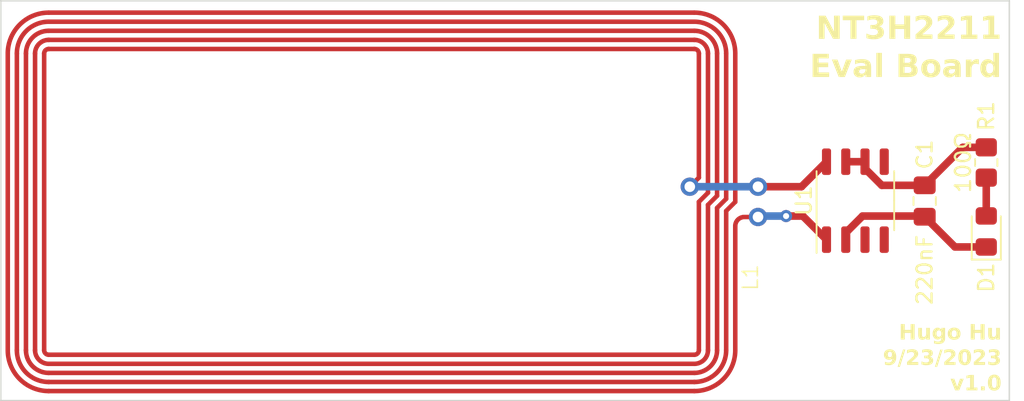
<source format=kicad_pcb>
(kicad_pcb (version 20221018) (generator pcbnew)
  (layers (0 "F.Cu" signal) (31 "B.Cu" signal) (34 "B.Paste" user) (35 "F.Paste" user) (36 "B.SilkS" user "B.Silkscreen") (37 "F.SilkS" user "F.Silkscreen") (38 "B.Mask" user) (39 "F.Mask" user) (44 "Edge.Cuts" user))
  (net 0 "")
  (net 1 "Net-(D1-K)")
  (net 2 "Net-(U1-VCC)")
  (net 3 "Net-(D1-A)")
  (net 4 "Net-(U1-LA)")
  (net 5 "Net-(U1-LB)")
  (footprint "LED_SMD:LED_0805_2012Metric_Pad1.15x1.40mm_HandSolder" (layer "F.Cu") (at 166.624 60.96 90)
    (fp_text reference "D1" (at -3.048 0 90) (layer "F.SilkS"))
    (fp_text value "Orange 1.8V")
    (fp_line (start -1.86 -0.96) (end -1.86 0.96) (stroke (width 0.12)) (layer "F.SilkS"))
    (fp_line (start -1.86 0.96) (end 1 0.96) (stroke (width 0.12)) (layer "F.SilkS"))
    (fp_line (start 1 -0.96) (end -1.86 -0.96) (stroke (width 0.12)) (layer "F.SilkS"))
    (pad "1" smd roundrect (at -1.025 0 90) (size 1.15 1.4) (layers "F.Cu" "F.Paste" "F.Mask") (roundrect_rratio 0.2173913043) (net 1 "Net-(D1-K)"))
    (pad "2" smd roundrect (at 1.025 0 90) (size 1.15 1.4) (layers "F.Cu" "F.Paste" "F.Mask") (roundrect_rratio 0.2173913043) (net 3 "Net-(D1-A)"))
  )
  (footprint "Resistor_SMD:R_0805_2012Metric_Pad1.20x1.40mm_HandSolder" (layer "F.Cu") (at 166.624 56.404 90)
    (fp_text reference "R1" (at 3.064 0 90) (layer "F.SilkS"))
    (fp_text value "100Ω" (at 0 -1.524 90) (layer "F.SilkS"))
    (fp_line (start -0.227064 -0.735) (end 0.227064 -0.735) (stroke (width 0.12)) (layer "F.SilkS"))
    (fp_line (start -0.227064 0.735) (end 0.227064 0.735) (stroke (width 0.12)) (layer "F.SilkS"))
    (pad "1" smd roundrect (at -1 0 90) (size 1.2 1.4) (layers "F.Cu" "F.Paste" "F.Mask") (roundrect_rratio 0.2083333333) (net 3 "Net-(D1-A)"))
    (pad "2" smd roundrect (at 1 0 90) (size 1.2 1.4) (layers "F.Cu" "F.Paste" "F.Mask") (roundrect_rratio 0.2083333333) (net 2 "Net-(U1-VCC)"))
  )
  (footprint "Antenna:Class 4 Antenna" (layer "F.Cu") (at 126.063 59.005)
    (fp_text reference "L1" (at 25 5 90 unlocked) (layer "F.SilkS") (effects (font (thickness 0.1))))
    (fp_text value "L")
    (fp_line (start -24 -9.8) (end -24 9.8) (stroke (width 0.3)) (layer "F.Cu"))
    (fp_line (start -23.4 -9.8) (end -23.4 9.8) (stroke (width 0.3)) (layer "F.Cu"))
    (fp_line (start -22.8 -9.8) (end -22.8 9.8) (stroke (width 0.3)) (layer "F.Cu"))
    (fp_line (start -22.2 -9.8) (end -22.2 9.8) (stroke (width 0.3)) (layer "F.Cu"))
    (fp_line (start -21.6 -9.8) (end -21.6 9.8) (stroke (width 0.3)) (layer "F.Cu"))
    (fp_line (start -21.3 -12.5) (end 21.3 -12.5) (stroke (width 0.3)) (layer "F.Cu"))
    (fp_line (start -21.3 -11.9) (end 21.3 -11.9) (stroke (width 0.3)) (layer "F.Cu"))
    (fp_line (start -21.3 -11.3) (end 21.3 -11.3) (stroke (width 0.3)) (layer "F.Cu"))
    (fp_line (start -21.3 -10.7) (end 21.3 -10.7) (stroke (width 0.3)) (layer "F.Cu"))
    (fp_line (start -21.3 -10.1) (end 21.3 -10.1) (stroke (width 0.3)) (layer "F.Cu"))
    (fp_line (start -21.3 10.1) (end 21.3 10.1) (stroke (width 0.3)) (layer "F.Cu"))
    (fp_line (start -21.3 10.7) (end 21.3 10.7) (stroke (width 0.3)) (layer "F.Cu"))
    (fp_line (start -21.3 11.3) (end 21.3 11.3) (stroke (width 0.3)) (layer "F.Cu"))
    (fp_line (start -21.3 11.9) (end 21.3 11.9) (stroke (width 0.3)) (layer "F.Cu"))
    (fp_line (start -21.3 12.5) (end 21.3 12.5) (stroke (width 0.3)) (layer "F.Cu"))
    (fp_line (start 21.6 -9.8) (end 21.6 -1.6) (stroke (width 0.3)) (layer "F.Cu"))
    (fp_line (start 21.6 -1.6) (end 21 -1) (stroke (width 0.3)) (layer "F.Cu"))
    (fp_line (start 21.6 0) (end 21.6 9.8) (stroke (width 0.3)) (layer "F.Cu"))
    (fp_line (start 22.2 -9.8) (end 22.2 -0.6) (stroke (width 0.3)) (layer "F.Cu"))
    (fp_line (start 22.2 -0.6) (end 21.6 0) (stroke (width 0.3)) (layer "F.Cu"))
    (fp_line (start 22.2 0.2) (end 22.2 9.8) (stroke (width 0.3)) (layer "F.Cu"))
    (fp_line (start 22.8 -9.8) (end 22.8 -0.4) (stroke (width 0.3)) (layer "F.Cu"))
    (fp_line (start 22.8 -0.4) (end 22.2 0.2) (stroke (width 0.3)) (layer "F.Cu"))
    (fp_line (start 22.8 0.4) (end 22.8 9.8) (stroke (width 0.3)) (layer "F.Cu"))
    (fp_line (start 23.4 -9.8) (end 23.4 -0.2) (stroke (width 0.3)) (layer "F.Cu"))
    (fp_line (start 23.4 -0.2) (end 22.8 0.4) (stroke (width 0.3)) (layer "F.Cu"))
    (fp_line (start 23.4 0.6) (end 23.4 9.8) (stroke (width 0.3)) (layer "F.Cu"))
    (fp_line (start 24 -9.8) (end 24 0) (stroke (width 0.3)) (layer "F.Cu"))
    (fp_line (start 24 0) (end 23.4 0.6) (stroke (width 0.3)) (layer "F.Cu"))
    (fp_line (start 24 9.8) (end 24 1.6) (stroke (width 0.3)) (layer "F.Cu"))
    (fp_line (start 24.6 1) (end 25.5 1) (stroke (width 0.3)) (layer "F.Cu"))
    (fp_arc (start -24 -9.8) (mid -23.209188 -11.709188) (end -21.3 -12.5) (stroke (width 0.3)) (layer "F.Cu"))
    (fp_arc (start -23.4 -9.8) (mid -22.784924 -11.284924) (end -21.3 -11.9) (stroke (width 0.3)) (layer "F.Cu"))
    (fp_arc (start -22.8 -9.8) (mid -22.36066 -10.86066) (end -21.3 -11.3) (stroke (width 0.3)) (layer "F.Cu"))
    (fp_arc (start -22.2 -9.8) (mid -21.936396 -10.436396) (end -21.3 -10.7) (stroke (width 0.3)) (layer "F.Cu"))
    (fp_arc (start -21.6 -9.8) (mid -21.512132 -10.012132) (end -21.3 -10.1) (stroke (width 0.3)) (layer "F.Cu"))
    (fp_arc (start -21.3 10.1) (mid -21.512132 10.012132) (end -21.6 9.8) (stroke (width 0.3)) (layer "F.Cu"))
    (fp_arc (start -21.3 10.7) (mid -21.936396 10.436396) (end -22.2 9.8) (stroke (width 0.3)) (layer "F.Cu"))
    (fp_arc (start -21.3 11.3) (mid -22.36066 10.86066) (end -22.8 9.8) (stroke (width 0.3)) (layer "F.Cu"))
    (fp_arc (start -21.3 11.9) (mid -22.784924 11.284924) (end -23.4 9.8) (stroke (width 0.3)) (layer "F.Cu"))
    (fp_arc (start -21.3 12.5) (mid -23.209188 11.709188) (end -24 9.8) (stroke (width 0.3)) (layer "F.Cu"))
    (fp_arc (start 21.3 -12.5) (mid 23.209188 -11.709188) (end 24 -9.8) (stroke (width 0.3)) (layer "F.Cu"))
    (fp_arc (start 21.3 -11.9) (mid 22.784924 -11.284924) (end 23.4 -9.8) (stroke (width 0.3)) (layer "F.Cu"))
    (fp_arc (start 21.3 -11.3) (mid 22.36066 -10.86066) (end 22.8 -9.8) (stroke (width 0.3)) (layer "F.Cu"))
    (fp_arc (start 21.3 -10.7) (mid 21.936396 -10.436396) (end 22.2 -9.8) (stroke (width 0.3)) (layer "F.Cu"))
    (fp_arc (start 21.3 -10.1) (mid 21.512132 -10.012132) (end 21.6 -9.8) (stroke (width 0.3)) (layer "F.Cu"))
    (fp_arc (start 21.6 9.8) (mid 21.512132 10.012132) (end 21.3 10.1) (stroke (width 0.3)) (layer "F.Cu"))
    (fp_arc (start 22.2 9.8) (mid 21.936396 10.436396) (end 21.3 10.7) (stroke (width 0.3)) (layer "F.Cu"))
    (fp_arc (start 22.8 9.8) (mid 22.36066 10.86066) (end 21.3 11.3) (stroke (width 0.3)) (layer "F.Cu"))
    (fp_arc (start 23.4 9.8) (mid 22.784924 11.284924) (end 21.3 11.9) (stroke (width 0.3)) (layer "F.Cu"))
    (fp_arc (start 24 1.6) (mid 24.175736 1.175736) (end 24.6 1) (stroke (width 0.3)) (layer "F.Cu"))
    (fp_arc (start 24 9.8) (mid 23.209188 11.709188) (end 21.3 12.5) (stroke (width 0.3)) (layer "F.Cu"))
    (pad "" np_thru_hole circle (at 0 0) (size 2 2) (drill 2) (layers "*.Cu" "*.Mask"))
    (pad "1" thru_hole circle (at 25.5 1) (size 1.208 1.208) (drill 0.7) (layers "*.Cu" "*.Mask") (net 4 "Net-(U1-LA)"))
    (pad "2" thru_hole circle (at 21 -1) (size 1.208 1.208) (drill 0.7) (layers "*.Cu" "*.Mask") (net 5 "Net-(U1-LB)"))
    (pad "2" thru_hole circle (at 25.5 -1) (size 1.208 1.208) (drill 0.7) (layers "*.Cu" "*.Mask") (net 5 "Net-(U1-LB)"))
  )
  (footprint "Package_SO:SO-8_3.9x4.9mm_P1.27mm" (layer "F.Cu") (at 157.988 58.928 90)
    (fp_text reference "U1" (at 0 -3.4 90) (layer "F.SilkS"))
    (fp_text value "~")
    (fp_line (start 0 -2.56) (end -3.45 -2.56) (stroke (width 0.12)) (layer "F.SilkS"))
    (fp_line (start 0 -2.56) (end 1.95 -2.56) (stroke (width 0.12)) (layer "F.SilkS"))
    (fp_line (start 0 2.56) (end -1.95 2.56) (stroke (width 0.12)) (layer "F.SilkS"))
    (fp_line (start 0 2.56) (end 1.95 2.56) (stroke (width 0.12)) (layer "F.SilkS"))
    (pad "1" smd roundrect (at -2.575 -1.905 90) (size 1.75 0.6) (layers "F.Cu" "F.Paste" "F.Mask") (net 4 "Net-(U1-LA)"))
    (pad "2" smd roundrect (at -2.575 -0.635 90) (size 1.75 0.6) (layers "F.Cu" "F.Paste" "F.Mask") (net 1 "Net-(D1-K)"))
    (pad "3" smd roundrect (at -2.575 0.635 90) (size 1.75 0.6) (layers "F.Cu" "F.Paste" "F.Mask"))
    (pad "4" smd roundrect (at -2.575 1.905 90) (size 1.75 0.6) (layers "F.Cu" "F.Paste" "F.Mask"))
    (pad "5" smd roundrect (at 2.575 1.905 90) (size 1.75 0.6) (layers "F.Cu" "F.Paste" "F.Mask"))
    (pad "6" smd roundrect (at 2.575 0.635 90) (size 1.75 0.6) (layers "F.Cu" "F.Paste" "F.Mask") (net 2 "Net-(U1-VCC)"))
    (pad "7" smd roundrect (at 2.575 -0.635 90) (size 1.75 0.6) (layers "F.Cu" "F.Paste" "F.Mask") (net 2 "Net-(U1-VCC)"))
    (pad "8" smd roundrect (at 2.575 -1.905 90) (size 1.75 0.6) (layers "F.Cu" "F.Paste" "F.Mask") (net 5 "Net-(U1-LB)"))
  )
  (footprint "Capacitor_SMD:C_0805_2012Metric_Pad1.18x1.45mm_HandSolder" (layer "F.Cu") (at 162.56 58.9495 90)
    (fp_text reference "C1" (at 3.0695 0 90) (layer "F.SilkS"))
    (fp_text value "220nF" (at -4.5505 0 90) (layer "F.SilkS"))
    (fp_line (start -0.261252 -0.735) (end 0.261252 -0.735) (stroke (width 0.12)) (layer "F.SilkS"))
    (fp_line (start -0.261252 0.735) (end 0.261252 0.735) (stroke (width 0.12)) (layer "F.SilkS"))
    (pad "1" smd roundrect (at -1.0375 0 90) (size 1.175 1.45) (layers "F.Cu" "F.Paste" "F.Mask") (roundrect_rratio 0.2127659574) (net 1 "Net-(D1-K)"))
    (pad "2" smd roundrect (at 1.0375 0 90) (size 1.175 1.45) (layers "F.Cu" "F.Paste" "F.Mask") (roundrect_rratio 0.2127659574) (net 2 "Net-(U1-VCC)"))
  )
  (gr_rect (start 101.6 45.72) (end 168.148 72.136) (stroke (width 0.1)) (fill none) (layer "Edge.Cuts"))
  (gr_text "NT3H2211\nEval Board\n\n" (at 167.64 46.736) (layer "F.SilkS") (effects (font (size 1.5 1.5) (thickness 0.3) bold) (justify right top)))
  (gr_text "Hugo Hu\n9/23/2023\nv1.0" (at 167.64 71.628) (layer "F.SilkS") (effects (font (size 1 1) (thickness 0.1875) bold) (justify right bottom)))
  (segment (start 166.624 61.985) (end 164.558 61.985) (width 0.5) (layer "F.Cu") (net 1))
  (segment (start 158.458472 59.944) (end 157.353 61.049472) (width 0.5) (layer "F.Cu") (net 1))
  (segment (start 162.517 59.944) (end 158.458472 59.944) (width 0.5) (layer "F.Cu") (net 1))
  (segment (start 162.56 59.987) (end 162.517 59.944) (width 0.5) (layer "F.Cu") (net 1))
  (segment (start 157.353 61.049472) (end 157.353 61.503) (width 0.5) (layer "F.Cu") (net 1))
  (segment (start 164.558 61.985) (end 162.56 59.987) (width 0.5) (layer "F.Cu") (net 1))
  (segment (start 158.623 56.353) (end 157.353 56.353) (width 0.5) (layer "F.Cu") (net 2))
  (segment (start 165.068 55.404) (end 166.624 55.404) (width 0.5) (layer "F.Cu") (net 2))
  (segment (start 159.728472 57.912) (end 162.56 57.912) (width 0.5) (layer "F.Cu") (net 2))
  (segment (start 162.56 57.912) (end 165.068 55.404) (width 0.5) (layer "F.Cu") (net 2))
  (segment (start 158.623 56.806528) (end 159.728472 57.912) (width 0.5) (layer "F.Cu") (net 2))
  (segment (start 158.623 56.353) (end 158.623 56.806528) (width 0.5) (layer "F.Cu") (net 2))
  (segment (start 166.624 57.404) (end 166.624 59.935) (width 0.5) (layer "F.Cu") (net 3))
  (segment (start 156.083 61.503) (end 154.524 59.944) (width 0.5) (layer "F.Cu") (net 4))
  (segment (start 154.524 59.944) (end 153.416 59.944) (width 0.5) (layer "F.Cu") (net 4))
  (via (at 153.416 59.944) (size 0.8) (drill 0.4) (layers "F.Cu" "B.Cu") (net 4))
  (segment (start 151.624 59.944) (end 151.563 60.005) (width 0.5) (layer "B.Cu") (net 4))
  (segment (start 153.416 59.944) (end 151.624 59.944) (width 0.5) (layer "B.Cu") (net 4))
  (segment (start 156.083 56.353) (end 154.431 58.005) (width 0.5) (layer "F.Cu") (net 5))
  (segment (start 154.431 58.005) (end 151.563 58.005) (width 0.5) (layer "F.Cu") (net 5))
  (segment (start 151.563 58.005) (end 147.063 58.005) (width 0.5) (layer "B.Cu") (net 5))
)
</source>
